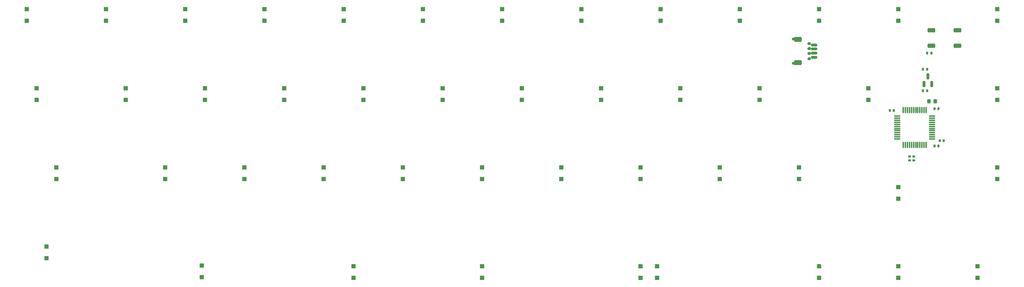
<source format=gbr>
%TF.GenerationSoftware,KiCad,Pcbnew,8.0.5*%
%TF.CreationDate,2024-10-14T19:29:39+02:00*%
%TF.ProjectId,Eightu,45696768-7475-42e6-9b69-6361645f7063,rev?*%
%TF.SameCoordinates,Original*%
%TF.FileFunction,Paste,Bot*%
%TF.FilePolarity,Positive*%
%FSLAX46Y46*%
G04 Gerber Fmt 4.6, Leading zero omitted, Abs format (unit mm)*
G04 Created by KiCad (PCBNEW 8.0.5) date 2024-10-14 19:29:39*
%MOMM*%
%LPD*%
G01*
G04 APERTURE LIST*
G04 Aperture macros list*
%AMRoundRect*
0 Rectangle with rounded corners*
0 $1 Rounding radius*
0 $2 $3 $4 $5 $6 $7 $8 $9 X,Y pos of 4 corners*
0 Add a 4 corners polygon primitive as box body*
4,1,4,$2,$3,$4,$5,$6,$7,$8,$9,$2,$3,0*
0 Add four circle primitives for the rounded corners*
1,1,$1+$1,$2,$3*
1,1,$1+$1,$4,$5*
1,1,$1+$1,$6,$7*
1,1,$1+$1,$8,$9*
0 Add four rect primitives between the rounded corners*
20,1,$1+$1,$2,$3,$4,$5,0*
20,1,$1+$1,$4,$5,$6,$7,0*
20,1,$1+$1,$6,$7,$8,$9,0*
20,1,$1+$1,$8,$9,$2,$3,0*%
G04 Aperture macros list end*
%ADD10RoundRect,0.250000X0.300000X-0.300000X0.300000X0.300000X-0.300000X0.300000X-0.300000X-0.300000X0*%
%ADD11RoundRect,0.075000X0.075000X-0.662500X0.075000X0.662500X-0.075000X0.662500X-0.075000X-0.662500X0*%
%ADD12RoundRect,0.075000X0.662500X-0.075000X0.662500X0.075000X-0.662500X0.075000X-0.662500X-0.075000X0*%
%ADD13RoundRect,0.140000X0.140000X0.170000X-0.140000X0.170000X-0.140000X-0.170000X0.140000X-0.170000X0*%
%ADD14RoundRect,0.140000X-0.170000X0.140000X-0.170000X-0.140000X0.170000X-0.140000X0.170000X0.140000X0*%
%ADD15RoundRect,0.150000X0.625000X-0.150000X0.625000X0.150000X-0.625000X0.150000X-0.625000X-0.150000X0*%
%ADD16RoundRect,0.250000X0.650000X-0.350000X0.650000X0.350000X-0.650000X0.350000X-0.650000X-0.350000X0*%
%ADD17RoundRect,0.150000X0.150000X-0.587500X0.150000X0.587500X-0.150000X0.587500X-0.150000X-0.587500X0*%
%ADD18RoundRect,0.225000X-0.225000X-0.250000X0.225000X-0.250000X0.225000X0.250000X-0.225000X0.250000X0*%
%ADD19RoundRect,0.275000X0.625000X0.275000X-0.625000X0.275000X-0.625000X-0.275000X0.625000X-0.275000X0*%
%ADD20RoundRect,0.140000X-0.140000X-0.170000X0.140000X-0.170000X0.140000X0.170000X-0.140000X0.170000X0*%
%ADD21RoundRect,0.150000X0.275000X-0.150000X0.275000X0.150000X-0.275000X0.150000X-0.275000X-0.150000X0*%
%ADD22RoundRect,0.175000X0.225000X-0.175000X0.225000X0.175000X-0.225000X0.175000X-0.225000X-0.175000X0*%
%ADD23RoundRect,0.135000X0.135000X0.185000X-0.135000X0.185000X-0.135000X-0.185000X0.135000X-0.185000X0*%
G04 APERTURE END LIST*
D10*
%TO.C,D23*%
X220662500Y-73631250D03*
X220662500Y-70831250D03*
%TD*%
D11*
%TO.C,U1*%
X279768750Y-84462500D03*
X279268750Y-84462500D03*
X278768750Y-84462500D03*
X278268750Y-84462500D03*
X277768750Y-84462500D03*
X277268750Y-84462500D03*
X276768750Y-84462500D03*
X276268750Y-84462500D03*
X275768750Y-84462500D03*
X275268750Y-84462500D03*
X274768750Y-84462500D03*
X274268750Y-84462500D03*
D12*
X272856250Y-83050000D03*
X272856250Y-82550000D03*
X272856250Y-82050000D03*
X272856250Y-81550000D03*
X272856250Y-81050000D03*
X272856250Y-80550000D03*
X272856250Y-80050000D03*
X272856250Y-79550000D03*
X272856250Y-79050000D03*
X272856250Y-78550000D03*
X272856250Y-78050000D03*
X272856250Y-77550000D03*
D11*
X274268750Y-76137500D03*
X274768750Y-76137500D03*
X275268750Y-76137500D03*
X275768750Y-76137500D03*
X276268750Y-76137500D03*
X276768750Y-76137500D03*
X277268750Y-76137500D03*
X277768750Y-76137500D03*
X278268750Y-76137500D03*
X278768750Y-76137500D03*
X279268750Y-76137500D03*
X279768750Y-76137500D03*
D12*
X281181250Y-77550000D03*
X281181250Y-78050000D03*
X281181250Y-78550000D03*
X281181250Y-79050000D03*
X281181250Y-79550000D03*
X281181250Y-80050000D03*
X281181250Y-80550000D03*
X281181250Y-81050000D03*
X281181250Y-81550000D03*
X281181250Y-82050000D03*
X281181250Y-82550000D03*
X281181250Y-83050000D03*
%TD*%
D13*
%TO.C,C3*%
X271962500Y-76200000D03*
X271002500Y-76200000D03*
%TD*%
D10*
%TO.C,D29*%
X96837500Y-92681250D03*
X96837500Y-89881250D03*
%TD*%
%TO.C,D5*%
X139700000Y-54581250D03*
X139700000Y-51781250D03*
%TD*%
D14*
%TO.C,C7*%
X276765057Y-87278459D03*
X276765057Y-88238459D03*
%TD*%
D10*
%TO.C,D32*%
X153987500Y-92681250D03*
X153987500Y-89881250D03*
%TD*%
%TO.C,D1*%
X63500000Y-54581250D03*
X63500000Y-51781250D03*
%TD*%
%TO.C,D4*%
X120650000Y-54581250D03*
X120650000Y-51781250D03*
%TD*%
%TO.C,D15*%
X65881250Y-73631250D03*
X65881250Y-70831250D03*
%TD*%
%TO.C,D12*%
X273050000Y-54581250D03*
X273050000Y-51781250D03*
%TD*%
%TO.C,D31*%
X134937500Y-92681250D03*
X134937500Y-89881250D03*
%TD*%
D15*
%TO.C,J1*%
X252825000Y-63412500D03*
X252825000Y-62412500D03*
X252825000Y-61412500D03*
X252825000Y-60412500D03*
D16*
X248950000Y-64712500D03*
X248950000Y-59112500D03*
%TD*%
D10*
%TO.C,D9*%
X215900000Y-54581250D03*
X215900000Y-51781250D03*
%TD*%
%TO.C,D44*%
X173037500Y-116493750D03*
X173037500Y-113693750D03*
%TD*%
%TO.C,D7*%
X177800000Y-54581250D03*
X177800000Y-51781250D03*
%TD*%
%TO.C,D36*%
X230187500Y-92681250D03*
X230187500Y-89881250D03*
%TD*%
%TO.C,D26*%
X296862500Y-73631250D03*
X296862500Y-70831250D03*
%TD*%
D13*
%TO.C,C9*%
X279990000Y-71437500D03*
X279030000Y-71437500D03*
%TD*%
D10*
%TO.C,D47*%
X254000000Y-116493750D03*
X254000000Y-113693750D03*
%TD*%
D17*
%TO.C,U2*%
X281143750Y-69850000D03*
X279243750Y-69850000D03*
X280193750Y-67975000D03*
%TD*%
D10*
%TO.C,D17*%
X106362500Y-73631250D03*
X106362500Y-70831250D03*
%TD*%
%TO.C,D45*%
X211137500Y-116493750D03*
X211137500Y-113693750D03*
%TD*%
%TO.C,D37*%
X249237500Y-92681250D03*
X249237500Y-89881250D03*
%TD*%
%TO.C,D43*%
X142081250Y-116493750D03*
X142081250Y-113693750D03*
%TD*%
%TO.C,D33*%
X173037500Y-92681250D03*
X173037500Y-89881250D03*
%TD*%
D18*
%TO.C,C6*%
X280412500Y-73950000D03*
X281962500Y-73950000D03*
%TD*%
D19*
%TO.C,SW6*%
X287262500Y-56887500D03*
X281062500Y-56887500D03*
X287262500Y-60587500D03*
X281062500Y-60587500D03*
%TD*%
D10*
%TO.C,D30*%
X115887500Y-92681250D03*
X115887500Y-89881250D03*
%TD*%
%TO.C,D20*%
X163512500Y-73631250D03*
X163512500Y-70831250D03*
%TD*%
%TO.C,D2*%
X82550000Y-54581250D03*
X82550000Y-51781250D03*
%TD*%
%TO.C,D3*%
X101600000Y-54581250D03*
X101600000Y-51781250D03*
%TD*%
%TO.C,D21*%
X182562500Y-73631250D03*
X182562500Y-70831250D03*
%TD*%
D13*
%TO.C,C8*%
X279990000Y-66315654D03*
X279030000Y-66315654D03*
%TD*%
D20*
%TO.C,C5*%
X283036827Y-83475000D03*
X283996827Y-83475000D03*
%TD*%
D14*
%TO.C,C2*%
X275768435Y-87277500D03*
X275768435Y-88237500D03*
%TD*%
D10*
%TO.C,D49*%
X292100000Y-116493750D03*
X292100000Y-113693750D03*
%TD*%
D21*
%TO.C,J2*%
X251685197Y-63712500D03*
X251685197Y-62512500D03*
X251685197Y-61312500D03*
X251685197Y-60112500D03*
D22*
X247910197Y-64862500D03*
X247910197Y-58962500D03*
%TD*%
D10*
%TO.C,D6*%
X158750000Y-54581250D03*
X158750000Y-51781250D03*
%TD*%
D23*
%TO.C,R1*%
X281019995Y-62376265D03*
X279999995Y-62376265D03*
%TD*%
D20*
%TO.C,C4*%
X281791298Y-75737500D03*
X282751298Y-75737500D03*
%TD*%
%TO.C,C1*%
X281791298Y-84761185D03*
X282751298Y-84761185D03*
%TD*%
D10*
%TO.C,D42*%
X105568750Y-116306250D03*
X105568750Y-113506250D03*
%TD*%
%TO.C,D8*%
X196850000Y-54581250D03*
X196850000Y-51781250D03*
%TD*%
%TO.C,D25*%
X265906250Y-73631250D03*
X265906250Y-70831250D03*
%TD*%
%TO.C,D48*%
X273050000Y-116493750D03*
X273050000Y-113693750D03*
%TD*%
%TO.C,D19*%
X144462500Y-73631250D03*
X144462500Y-70831250D03*
%TD*%
%TO.C,D16*%
X87312500Y-73631250D03*
X87312500Y-70831250D03*
%TD*%
%TO.C,D24*%
X239712500Y-73631250D03*
X239712500Y-70831250D03*
%TD*%
%TO.C,D38*%
X273050000Y-97443750D03*
X273050000Y-94643750D03*
%TD*%
%TO.C,D46*%
X215106250Y-116493750D03*
X215106250Y-113693750D03*
%TD*%
%TO.C,D13*%
X296862500Y-54581250D03*
X296862500Y-51781250D03*
%TD*%
%TO.C,D35*%
X211137500Y-92681250D03*
X211137500Y-89881250D03*
%TD*%
%TO.C,D41*%
X68262500Y-111731250D03*
X68262500Y-108931250D03*
%TD*%
%TO.C,D34*%
X192087500Y-92681250D03*
X192087500Y-89881250D03*
%TD*%
%TO.C,D28*%
X70643750Y-92681250D03*
X70643750Y-89881250D03*
%TD*%
%TO.C,D10*%
X234950000Y-54581250D03*
X234950000Y-51781250D03*
%TD*%
%TO.C,D18*%
X125412500Y-73631250D03*
X125412500Y-70831250D03*
%TD*%
%TO.C,D11*%
X254000000Y-54581250D03*
X254000000Y-51781250D03*
%TD*%
%TO.C,D22*%
X201612500Y-73631250D03*
X201612500Y-70831250D03*
%TD*%
%TO.C,D39*%
X296862500Y-92681250D03*
X296862500Y-89881250D03*
%TD*%
M02*

</source>
